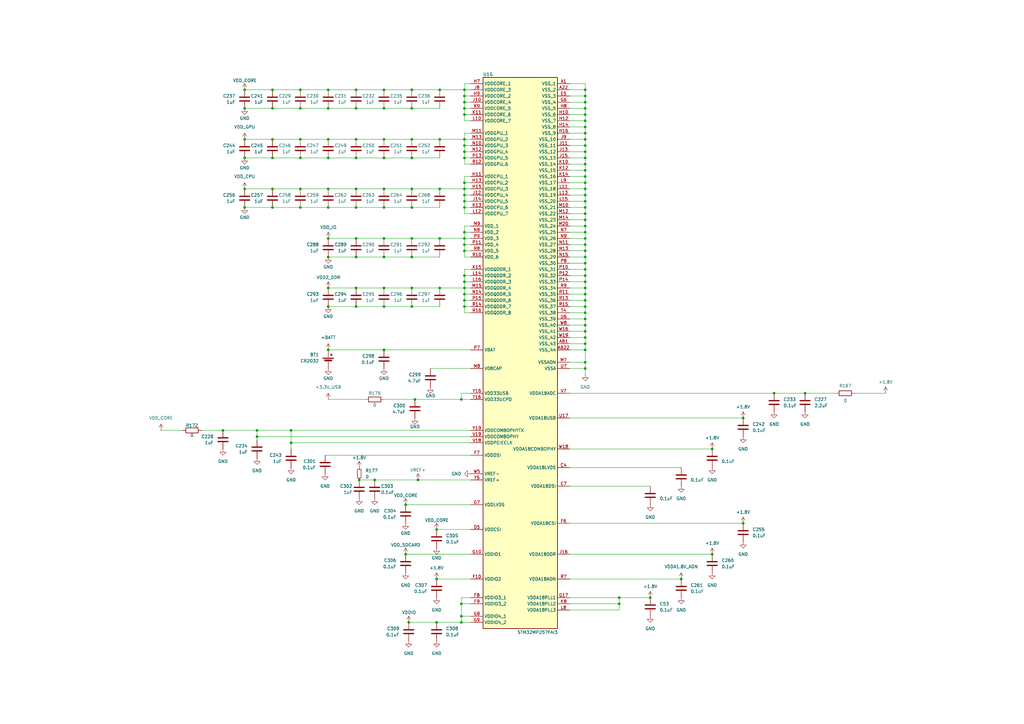
<source format=kicad_sch>
(kicad_sch (version 20250114) (generator "eeschema") (generator_version "9.0")
  (paper "A3")
  (title_block (title "Power MPU") (date "2025-01-21") (rev "1.0") (company "Robotics"))
  (junction (at 240.03 143.51))
  (junction (at 111.76 64.77))
  (junction (at 157.48 36.83))
  (junction (at 146.05 57.15))
  (junction (at 134.62 143.51))
  (junction (at 105.41 176.53))
  (junction (at 266.7 245.11))
  (junction (at 146.05 125.73))
  (junction (at 168.91 77.47))
  (junction (at 240.03 148.59))
  (junction (at 134.62 77.47))
  (junction (at 240.03 120.65))
  (junction (at 240.03 97.79))
  (junction (at 240.03 118.11))
  (junction (at 190.5 36.83))
  (junction (at 190.5 120.65))
  (junction (at 240.03 46.99))
  (junction (at 190.5 85.09))
  (junction (at 134.62 36.83))
  (junction (at 168.91 118.11))
  (junction (at 111.76 36.83))
  (junction (at 119.38 176.53))
  (junction (at 240.03 130.81))
  (junction (at 170.18 163.83))
  (junction (at 240.03 102.87))
  (junction (at 304.8 214.63))
  (junction (at 111.76 77.47))
  (junction (at 157.48 85.09))
  (junction (at 168.91 125.73))
  (junction (at 171.45 196.85))
  (junction (at 180.34 118.11))
  (junction (at 100.33 44.45))
  (junction (at 190.5 64.77))
  (junction (at 157.48 118.11))
  (junction (at 189.23 247.65))
  (junction (at 123.19 64.77))
  (junction (at 179.07 217.17))
  (junction (at 146.05 64.77))
  (junction (at 190.5 57.15))
  (junction (at 240.03 135.89))
  (junction (at 179.07 255.27))
  (junction (at 123.19 57.15))
  (junction (at 157.48 125.73))
  (junction (at 240.03 128.27))
  (junction (at 168.91 36.83))
  (junction (at 254 245.11))
  (junction (at 146.05 118.11))
  (junction (at 166.37 207.01))
  (junction (at 240.03 95.25))
  (junction (at 240.03 138.43))
  (junction (at 134.62 118.11))
  (junction (at 189.23 252.73))
  (junction (at 157.48 105.41))
  (junction (at 123.19 77.47))
  (junction (at 157.48 143.51))
  (junction (at 190.5 59.69))
  (junction (at 240.03 72.39))
  (junction (at 157.48 44.45))
  (junction (at 167.64 255.27))
  (junction (at 168.91 105.41))
  (junction (at 134.62 97.79))
  (junction (at 190.5 46.99))
  (junction (at 240.03 64.77))
  (junction (at 240.03 54.61))
  (junction (at 91.44 176.53))
  (junction (at 240.03 85.09))
  (junction (at 240.03 59.69))
  (junction (at 190.5 97.79))
  (junction (at 240.03 74.93))
  (junction (at 168.91 57.15))
  (junction (at 100.33 64.77))
  (junction (at 134.62 85.09))
  (junction (at 180.34 36.83))
  (junction (at 240.03 115.57))
  (junction (at 180.34 57.15))
  (junction (at 240.03 57.15))
  (junction (at 240.03 92.71))
  (junction (at 240.03 107.95))
  (junction (at 100.33 57.15))
  (junction (at 240.03 80.01))
  (junction (at 240.03 87.63))
  (junction (at 111.76 85.09))
  (junction (at 119.38 181.61))
  (junction (at 240.03 67.31))
  (junction (at 240.03 69.85))
  (junction (at 240.03 39.37))
  (junction (at 168.91 97.79))
  (junction (at 134.62 125.73))
  (junction (at 134.62 44.45))
  (junction (at 190.5 77.47))
  (junction (at 240.03 125.73))
  (junction (at 190.5 95.25))
  (junction (at 240.03 110.49))
  (junction (at 190.5 123.19))
  (junction (at 254 247.65))
  (junction (at 189.23 163.83))
  (junction (at 190.5 82.55))
  (junction (at 180.34 77.47))
  (junction (at 190.5 74.93))
  (junction (at 100.33 85.09))
  (junction (at 190.5 102.87))
  (junction (at 240.03 52.07))
  (junction (at 190.5 115.57))
  (junction (at 240.03 49.53))
  (junction (at 240.03 90.17))
  (junction (at 240.03 151.13))
  (junction (at 134.62 105.41))
  (junction (at 190.5 100.33))
  (junction (at 304.8 171.45))
  (junction (at 105.41 179.07))
  (junction (at 146.05 85.09))
  (junction (at 111.76 57.15))
  (junction (at 190.5 125.73))
  (junction (at 240.03 82.55))
  (junction (at 157.48 97.79))
  (junction (at 166.37 227.33))
  (junction (at 240.03 62.23))
  (junction (at 100.33 36.83))
  (junction (at 111.76 44.45))
  (junction (at 146.05 105.41))
  (junction (at 134.62 64.77))
  (junction (at 146.05 36.83))
  (junction (at 240.03 41.91))
  (junction (at 190.5 44.45))
  (junction (at 190.5 39.37))
  (junction (at 279.4 237.49))
  (junction (at 240.03 44.45))
  (junction (at 100.33 77.47))
  (junction (at 180.34 97.79))
  (junction (at 179.07 237.49))
  (junction (at 147.32 196.85))
  (junction (at 146.05 77.47))
  (junction (at 240.03 113.03))
  (junction (at 190.5 80.01))
  (junction (at 190.5 118.11))
  (junction (at 146.05 44.45))
  (junction (at 123.19 85.09))
  (junction (at 190.5 62.23))
  (junction (at 292.1 184.15))
  (junction (at 292.1 227.33))
  (junction (at 190.5 41.91))
  (junction (at 168.91 64.77))
  (junction (at 190.5 113.03))
  (junction (at 317.5 161.29))
  (junction (at 240.03 123.19))
  (junction (at 240.03 36.83))
  (junction (at 240.03 77.47))
  (junction (at 157.48 77.47))
  (junction (at 146.05 97.79))
  (junction (at 168.91 44.45))
  (junction (at 123.19 36.83))
  (junction (at 240.03 105.41))
  (junction (at 134.62 57.15))
  (junction (at 157.48 57.15))
  (junction (at 123.19 44.45))
  (junction (at 330.2 161.29))
  (junction (at 189.23 255.27))
  (junction (at 240.03 100.33))
  (junction (at 168.91 85.09))
  (junction (at 157.48 64.77))
  (junction (at 240.03 133.35))
  (junction (at 153.67 196.85))
  (junction (at 240.03 140.97))
  (wire (pts (xy 190.5 54.61) (xy 190.5 57.15)))
  (wire (pts (xy 119.38 176.53) (xy 193.04 176.53)))
  (wire (pts (xy 240.03 36.83) (xy 240.03 39.37)))
  (wire (pts (xy 233.68 227.33) (xy 292.1 227.33)))
  (wire (pts (xy 240.03 125.73) (xy 240.03 128.27)))
  (wire (pts (xy 119.38 184.15) (xy 119.38 181.61)))
  (wire (pts (xy 233.68 82.55) (xy 240.03 82.55)))
  (wire (pts (xy 233.68 130.81) (xy 240.03 130.81)))
  (wire (pts (xy 190.5 62.23) (xy 193.04 62.23)))
  (wire (pts (xy 168.91 125.73) (xy 180.34 125.73)))
  (wire (pts (xy 233.68 140.97) (xy 240.03 140.97)))
  (wire (pts (xy 233.68 237.49) (xy 279.4 237.49)))
  (wire (pts (xy 168.91 105.41) (xy 180.34 105.41)))
  (wire (pts (xy 190.5 80.01) (xy 193.04 80.01)))
  (wire (pts (xy 233.68 59.69) (xy 240.03 59.69)))
  (wire (pts (xy 240.03 148.59) (xy 240.03 151.13)))
  (wire (pts (xy 233.68 118.11) (xy 240.03 118.11)))
  (wire (pts (xy 190.5 64.77) (xy 193.04 64.77)))
  (wire (pts (xy 180.34 57.15) (xy 190.5 57.15)))
  (wire (pts (xy 233.68 80.01) (xy 240.03 80.01)))
  (wire (pts (xy 190.5 85.09) (xy 193.04 85.09)))
  (wire (pts (xy 190.5 115.57) (xy 193.04 115.57)))
  (wire (pts (xy 233.68 143.51) (xy 240.03 143.51)))
  (wire (pts (xy 233.68 135.89) (xy 240.03 135.89)))
  (wire (pts (xy 233.68 41.91) (xy 240.03 41.91)))
  (wire (pts (xy 190.5 100.33) (xy 190.5 102.87)))
  (wire (pts (xy 240.03 120.65) (xy 240.03 123.19)))
  (wire (pts (xy 180.34 118.11) (xy 190.5 118.11)))
  (wire (pts (xy 134.62 64.77) (xy 146.05 64.77)))
  (wire (pts (xy 240.03 100.33) (xy 240.03 102.87)))
  (wire (pts (xy 168.91 97.79) (xy 180.34 97.79)))
  (wire (pts (xy 233.68 171.45) (xy 304.8 171.45)))
  (wire (pts (xy 190.5 59.69) (xy 193.04 59.69)))
  (wire (pts (xy 350.52 161.29) (xy 363.22 161.29)))
  (wire (pts (xy 134.62 125.73) (xy 146.05 125.73)))
  (wire (pts (xy 190.5 74.93) (xy 190.5 77.47)))
  (wire (pts (xy 119.38 181.61) (xy 193.04 181.61)))
  (wire (pts (xy 233.68 39.37) (xy 240.03 39.37)))
  (wire (pts (xy 240.03 69.85) (xy 240.03 72.39)))
  (wire (pts (xy 157.48 143.51) (xy 193.04 143.51)))
  (wire (pts (xy 240.03 67.31) (xy 240.03 69.85)))
  (wire (pts (xy 190.5 36.83) (xy 193.04 36.83)))
  (wire (pts (xy 100.33 44.45) (xy 111.76 44.45)))
  (wire (pts (xy 233.68 85.09) (xy 240.03 85.09)))
  (wire (pts (xy 190.5 41.91) (xy 193.04 41.91)))
  (wire (pts (xy 240.03 54.61) (xy 240.03 57.15)))
  (wire (pts (xy 133.35 186.69) (xy 193.04 186.69)))
  (wire (pts (xy 134.62 85.09) (xy 146.05 85.09)))
  (wire (pts (xy 100.33 36.83) (xy 111.76 36.83)))
  (wire (pts (xy 240.03 113.03) (xy 240.03 115.57)))
  (wire (pts (xy 170.18 163.83) (xy 189.23 163.83)))
  (wire (pts (xy 190.5 97.79) (xy 190.5 100.33)))
  (wire (pts (xy 233.68 110.49) (xy 240.03 110.49)))
  (wire (pts (xy 123.19 36.83) (xy 134.62 36.83)))
  (wire (pts (xy 240.03 138.43) (xy 240.03 140.97)))
  (wire (pts (xy 190.5 72.39) (xy 190.5 74.93)))
  (wire (pts (xy 240.03 115.57) (xy 240.03 118.11)))
  (wire (pts (xy 123.19 44.45) (xy 134.62 44.45)))
  (wire (pts (xy 180.34 97.79) (xy 190.5 97.79)))
  (wire (pts (xy 146.05 125.73) (xy 157.48 125.73)))
  (wire (pts (xy 189.23 245.11) (xy 189.23 247.65)))
  (wire (pts (xy 168.91 77.47) (xy 180.34 77.47)))
  (wire (pts (xy 190.5 82.55) (xy 193.04 82.55)))
  (wire (pts (xy 233.68 46.99) (xy 240.03 46.99)))
  (wire (pts (xy 111.76 36.83) (xy 123.19 36.83)))
  (wire (pts (xy 157.48 44.45) (xy 168.91 44.45)))
  (wire (pts (xy 233.68 95.25) (xy 240.03 95.25)))
  (wire (pts (xy 100.33 64.77) (xy 111.76 64.77)))
  (wire (pts (xy 240.03 62.23) (xy 240.03 64.77)))
  (wire (pts (xy 179.07 237.49) (xy 193.04 237.49)))
  (wire (pts (xy 190.5 118.11) (xy 190.5 115.57)))
  (wire (pts (xy 190.5 120.65) (xy 193.04 120.65)))
  (wire (pts (xy 180.34 36.83) (xy 190.5 36.83)))
  (wire (pts (xy 240.03 92.71) (xy 240.03 95.25)))
  (wire (pts (xy 190.5 102.87) (xy 190.5 105.41)))
  (wire (pts (xy 240.03 41.91) (xy 240.03 44.45)))
  (wire (pts (xy 254 250.19) (xy 233.68 250.19)))
  (wire (pts (xy 146.05 44.45) (xy 157.48 44.45)))
  (wire (pts (xy 190.5 100.33) (xy 193.04 100.33)))
  (wire (pts (xy 190.5 54.61) (xy 193.04 54.61)))
  (wire (pts (xy 233.68 87.63) (xy 240.03 87.63)))
  (wire (pts (xy 240.03 107.95) (xy 240.03 110.49)))
  (wire (pts (xy 190.5 123.19) (xy 190.5 125.73)))
  (wire (pts (xy 190.5 110.49) (xy 193.04 110.49)))
  (wire (pts (xy 233.68 97.79) (xy 240.03 97.79)))
  (wire (pts (xy 240.03 123.19) (xy 240.03 125.73)))
  (wire (pts (xy 233.68 120.65) (xy 240.03 120.65)))
  (wire (pts (xy 100.33 57.15) (xy 111.76 57.15)))
  (wire (pts (xy 153.67 196.85) (xy 171.45 196.85)))
  (wire (pts (xy 233.68 102.87) (xy 240.03 102.87)))
  (wire (pts (xy 233.68 107.95) (xy 240.03 107.95)))
  (wire (pts (xy 157.48 57.15) (xy 168.91 57.15)))
  (wire (pts (xy 254 245.11) (xy 254 247.65)))
  (wire (pts (xy 190.5 34.29) (xy 190.5 36.83)))
  (wire (pts (xy 190.5 118.11) (xy 190.5 120.65)))
  (wire (pts (xy 190.5 120.65) (xy 190.5 123.19)))
  (wire (pts (xy 317.5 161.29) (xy 330.2 161.29)))
  (wire (pts (xy 123.19 64.77) (xy 134.62 64.77)))
  (wire (pts (xy 146.05 77.47) (xy 157.48 77.47)))
  (wire (pts (xy 193.04 113.03) (xy 190.5 113.03)))
  (wire (pts (xy 134.62 77.47) (xy 146.05 77.47)))
  (wire (pts (xy 190.5 64.77) (xy 190.5 67.31)))
  (wire (pts (xy 190.5 46.99) (xy 190.5 49.53)))
  (wire (pts (xy 171.45 196.85) (xy 193.04 196.85)))
  (wire (pts (xy 111.76 44.45) (xy 123.19 44.45)))
  (wire (pts (xy 193.04 245.11) (xy 189.23 245.11)))
  (wire (pts (xy 168.91 118.11) (xy 180.34 118.11)))
  (wire (pts (xy 240.03 59.69) (xy 240.03 62.23)))
  (wire (pts (xy 123.19 77.47) (xy 134.62 77.47)))
  (wire (pts (xy 157.48 97.79) (xy 168.91 97.79)))
  (wire (pts (xy 233.68 161.29) (xy 317.5 161.29)))
  (wire (pts (xy 240.03 95.25) (xy 240.03 97.79)))
  (wire (pts (xy 168.91 44.45) (xy 180.34 44.45)))
  (wire (pts (xy 168.91 36.83) (xy 180.34 36.83)))
  (wire (pts (xy 240.03 140.97) (xy 240.03 143.51)))
  (wire (pts (xy 254 247.65) (xy 254 250.19)))
  (wire (pts (xy 240.03 90.17) (xy 240.03 92.71)))
  (wire (pts (xy 190.5 123.19) (xy 193.04 123.19)))
  (wire (pts (xy 190.5 128.27) (xy 193.04 128.27)))
  (wire (pts (xy 111.76 57.15) (xy 123.19 57.15)))
  (wire (pts (xy 233.68 105.41) (xy 240.03 105.41)))
  (wire (pts (xy 233.68 100.33) (xy 240.03 100.33)))
  (wire (pts (xy 330.2 161.29) (xy 342.9 161.29)))
  (wire (pts (xy 190.5 95.25) (xy 193.04 95.25)))
  (wire (pts (xy 190.5 92.71) (xy 190.5 95.25)))
  (wire (pts (xy 233.68 125.73) (xy 240.03 125.73)))
  (wire (pts (xy 233.68 133.35) (xy 240.03 133.35)))
  (wire (pts (xy 134.62 105.41) (xy 146.05 105.41)))
  (wire (pts (xy 190.5 125.73) (xy 193.04 125.73)))
  (wire (pts (xy 240.03 151.13) (xy 233.68 151.13)))
  (wire (pts (xy 189.23 252.73) (xy 189.23 255.27)))
  (wire (pts (xy 190.5 95.25) (xy 190.5 97.79)))
  (wire (pts (xy 233.68 74.93) (xy 240.03 74.93)))
  (wire (pts (xy 190.5 62.23) (xy 190.5 64.77)))
  (wire (pts (xy 240.03 85.09) (xy 240.03 87.63)))
  (wire (pts (xy 123.19 57.15) (xy 134.62 57.15)))
  (wire (pts (xy 168.91 57.15) (xy 180.34 57.15)))
  (wire (pts (xy 166.37 227.33) (xy 193.04 227.33)))
  (wire (pts (xy 190.5 59.69) (xy 190.5 62.23)))
  (wire (pts (xy 240.03 74.93) (xy 240.03 77.47)))
  (wire (pts (xy 233.68 54.61) (xy 240.03 54.61)))
  (wire (pts (xy 233.68 72.39) (xy 240.03 72.39)))
  (wire (pts (xy 233.68 199.39) (xy 266.7 199.39)))
  (wire (pts (xy 240.03 153.67) (xy 240.03 151.13)))
  (wire (pts (xy 146.05 64.77) (xy 157.48 64.77)))
  (wire (pts (xy 157.48 85.09) (xy 168.91 85.09)))
  (wire (pts (xy 123.19 85.09) (xy 134.62 85.09)))
  (wire (pts (xy 119.38 181.61) (xy 119.38 176.53)))
  (wire (pts (xy 190.5 118.11) (xy 193.04 118.11)))
  (wire (pts (xy 157.48 118.11) (xy 168.91 118.11)))
  (wire (pts (xy 105.41 179.07) (xy 193.04 179.07)))
  (wire (pts (xy 179.07 217.17) (xy 193.04 217.17)))
  (wire (pts (xy 240.03 118.11) (xy 240.03 120.65)))
  (wire (pts (xy 105.41 176.53) (xy 119.38 176.53)))
  (wire (pts (xy 157.48 36.83) (xy 168.91 36.83)))
  (wire (pts (xy 240.03 82.55) (xy 240.03 85.09)))
  (wire (pts (xy 189.23 247.65) (xy 193.04 247.65)))
  (wire (pts (xy 189.23 247.65) (xy 189.23 252.73)))
  (wire (pts (xy 111.76 64.77) (xy 123.19 64.77)))
  (wire (pts (xy 233.68 36.83) (xy 240.03 36.83)))
  (wire (pts (xy 190.5 97.79) (xy 193.04 97.79)))
  (wire (pts (xy 82.55 176.53) (xy 91.44 176.53)))
  (wire (pts (xy 190.5 44.45) (xy 193.04 44.45)))
  (wire (pts (xy 190.5 39.37) (xy 190.5 41.91)))
  (wire (pts (xy 176.53 151.13) (xy 193.04 151.13)))
  (wire (pts (xy 157.48 105.41) (xy 168.91 105.41)))
  (wire (pts (xy 146.05 118.11) (xy 157.48 118.11)))
  (wire (pts (xy 233.68 90.17) (xy 240.03 90.17)))
  (wire (pts (xy 100.33 85.09) (xy 111.76 85.09)))
  (wire (pts (xy 240.03 87.63) (xy 240.03 90.17)))
  (wire (pts (xy 193.04 161.29) (xy 189.23 161.29)))
  (wire (pts (xy 190.5 36.83) (xy 190.5 39.37)))
  (wire (pts (xy 91.44 176.53) (xy 105.41 176.53)))
  (wire (pts (xy 189.23 252.73) (xy 193.04 252.73)))
  (wire (pts (xy 190.5 77.47) (xy 193.04 77.47)))
  (wire (pts (xy 190.5 102.87) (xy 193.04 102.87)))
  (wire (pts (xy 189.23 163.83) (xy 193.04 163.83)))
  (wire (pts (xy 190.5 49.53) (xy 193.04 49.53)))
  (wire (pts (xy 134.62 57.15) (xy 146.05 57.15)))
  (wire (pts (xy 240.03 64.77) (xy 240.03 67.31)))
  (wire (pts (xy 190.5 113.03) (xy 190.5 115.57)))
  (wire (pts (xy 240.03 105.41) (xy 240.03 107.95)))
  (wire (pts (xy 157.48 125.73) (xy 168.91 125.73)))
  (wire (pts (xy 240.03 110.49) (xy 240.03 113.03)))
  (wire (pts (xy 240.03 128.27) (xy 240.03 130.81)))
  (wire (pts (xy 180.34 77.47) (xy 190.5 77.47)))
  (wire (pts (xy 193.04 92.71) (xy 190.5 92.71)))
  (wire (pts (xy 240.03 77.47) (xy 240.03 80.01)))
  (wire (pts (xy 134.62 118.11) (xy 146.05 118.11)))
  (wire (pts (xy 240.03 46.99) (xy 240.03 49.53)))
  (wire (pts (xy 233.68 191.77) (xy 279.4 191.77)))
  (wire (pts (xy 166.37 207.01) (xy 193.04 207.01)))
  (wire (pts (xy 240.03 80.01) (xy 240.03 82.55)))
  (wire (pts (xy 240.03 49.53) (xy 240.03 52.07)))
  (wire (pts (xy 233.68 44.45) (xy 240.03 44.45)))
  (wire (pts (xy 190.5 57.15) (xy 190.5 59.69)))
  (wire (pts (xy 240.03 130.81) (xy 240.03 133.35)))
  (wire (pts (xy 134.62 163.83) (xy 149.86 163.83)))
  (wire (pts (xy 111.76 77.47) (xy 123.19 77.47)))
  (wire (pts (xy 157.48 163.83) (xy 170.18 163.83)))
  (wire (pts (xy 233.68 69.85) (xy 240.03 69.85)))
  (wire (pts (xy 190.5 82.55) (xy 190.5 85.09)))
  (wire (pts (xy 146.05 57.15) (xy 157.48 57.15)))
  (wire (pts (xy 157.48 77.47) (xy 168.91 77.47)))
  (wire (pts (xy 190.5 57.15) (xy 193.04 57.15)))
  (wire (pts (xy 167.64 255.27) (xy 179.07 255.27)))
  (wire (pts (xy 100.33 77.47) (xy 111.76 77.47)))
  (wire (pts (xy 168.91 64.77) (xy 180.34 64.77)))
  (wire (pts (xy 190.5 67.31) (xy 193.04 67.31)))
  (wire (pts (xy 233.68 247.65) (xy 254 247.65)))
  (wire (pts (xy 233.68 77.47) (xy 240.03 77.47)))
  (wire (pts (xy 233.68 245.11) (xy 254 245.11)))
  (wire (pts (xy 190.5 44.45) (xy 190.5 46.99)))
  (wire (pts (xy 66.04 176.53) (xy 74.93 176.53)))
  (wire (pts (xy 190.5 34.29) (xy 193.04 34.29)))
  (wire (pts (xy 233.68 64.77) (xy 240.03 64.77)))
  (wire (pts (xy 233.68 57.15) (xy 240.03 57.15)))
  (wire (pts (xy 179.07 255.27) (xy 189.23 255.27)))
  (wire (pts (xy 233.68 128.27) (xy 240.03 128.27)))
  (wire (pts (xy 105.41 176.53) (xy 105.41 179.07)))
  (wire (pts (xy 134.62 143.51) (xy 157.48 143.51)))
  (wire (pts (xy 233.68 115.57) (xy 240.03 115.57)))
  (wire (pts (xy 240.03 57.15) (xy 240.03 59.69)))
  (wire (pts (xy 233.68 148.59) (xy 240.03 148.59)))
  (wire (pts (xy 190.5 105.41) (xy 193.04 105.41)))
  (wire (pts (xy 190.5 110.49) (xy 190.5 113.03)))
  (wire (pts (xy 233.68 138.43) (xy 240.03 138.43)))
  (wire (pts (xy 254 245.11) (xy 266.7 245.11)))
  (wire (pts (xy 190.5 74.93) (xy 193.04 74.93)))
  (wire (pts (xy 190.5 80.01) (xy 190.5 82.55)))
  (wire (pts (xy 233.68 214.63) (xy 304.8 214.63)))
  (wire (pts (xy 240.03 102.87) (xy 240.03 105.41)))
  (wire (pts (xy 233.68 34.29) (xy 240.03 34.29)))
  (wire (pts (xy 190.5 46.99) (xy 193.04 46.99)))
  (wire (pts (xy 190.5 87.63) (xy 193.04 87.63)))
  (wire (pts (xy 189.23 161.29) (xy 189.23 163.83)))
  (wire (pts (xy 233.68 92.71) (xy 240.03 92.71)))
  (wire (pts (xy 240.03 97.79) (xy 240.03 100.33)))
  (wire (pts (xy 190.5 41.91) (xy 190.5 44.45)))
  (wire (pts (xy 190.5 39.37) (xy 193.04 39.37)))
  (wire (pts (xy 111.76 85.09) (xy 123.19 85.09)))
  (wire (pts (xy 240.03 143.51) (xy 240.03 148.59)))
  (wire (pts (xy 105.41 179.07) (xy 105.41 180.34)))
  (wire (pts (xy 233.68 123.19) (xy 240.03 123.19)))
  (wire (pts (xy 240.03 72.39) (xy 240.03 74.93)))
  (wire (pts (xy 233.68 184.15) (xy 292.1 184.15)))
  (wire (pts (xy 240.03 39.37) (xy 240.03 41.91)))
  (wire (pts (xy 146.05 36.83) (xy 157.48 36.83)))
  (wire (pts (xy 134.62 36.83) (xy 146.05 36.83)))
  (wire (pts (xy 146.05 105.41) (xy 157.48 105.41)))
  (wire (pts (xy 190.5 77.47) (xy 190.5 80.01)))
  (wire (pts (xy 168.91 85.09) (xy 180.34 85.09)))
  (wire (pts (xy 190.5 85.09) (xy 190.5 87.63)))
  (wire (pts (xy 134.62 97.79) (xy 146.05 97.79)))
  (wire (pts (xy 146.05 85.09) (xy 157.48 85.09)))
  (wire (pts (xy 157.48 64.77) (xy 168.91 64.77)))
  (wire (pts (xy 190.5 125.73) (xy 190.5 128.27)))
  (wire (pts (xy 240.03 133.35) (xy 240.03 135.89)))
  (wire (pts (xy 233.68 67.31) (xy 240.03 67.31)))
  (wire (pts (xy 134.62 44.45) (xy 146.05 44.45)))
  (wire (pts (xy 240.03 135.89) (xy 240.03 138.43)))
  (wire (pts (xy 190.5 72.39) (xy 193.04 72.39)))
  (wire (pts (xy 146.05 97.79) (xy 157.48 97.79)))
  (wire (pts (xy 240.03 44.45) (xy 240.03 46.99)))
  (wire (pts (xy 233.68 49.53) (xy 240.03 49.53)))
  (wire (pts (xy 233.68 62.23) (xy 240.03 62.23)))
  (wire (pts (xy 240.03 52.07) (xy 240.03 54.61)))
  (wire (pts (xy 233.68 113.03) (xy 240.03 113.03)))
  (wire (pts (xy 189.23 255.27) (xy 193.04 255.27)))
  (wire (pts (xy 240.03 34.29) (xy 240.03 36.83)))
  (wire (pts (xy 233.68 52.07) (xy 240.03 52.07)))
  (wire (pts (xy 147.32 196.85) (xy 153.67 196.85)))
  (symbol (lib_id "Device:C") (at 167.64 259.08 0) (unit 1)
    (property "Reference" "C309" (at 163.83 257.8099 0) (effects (justify right)))
    (property "Value" "0.1uF" (at 163.83 260.3499 0) (effects (justify right)))
    (property "Footprint" "Capacitor_SMD:C_0603_1608Metric" (effects (hide yes)))
    (property "Description" "Unpolarized capacitor" (effects (hide yes)))
  )
  (symbol (lib_id "power:GND") (at 317.5 168.91 0) (unit 1)
    (property "Reference" "#PWR0432" (effects (hide yes)))
    (property "Value" "GND" (at 317.5 173.99 0))
    (property "Description" "Power symbol creates a global label with name \"GND\" , ground" (effects (hide yes)))
  )
  (symbol (lib_id "power:GND") (at 167.64 262.89 0) (unit 1)
    (property "Reference" "#PWR0502" (effects (hide yes)))
    (property "Value" "GND" (at 167.64 267.97 0))
    (property "Description" "Power symbol creates a global label with name \"GND\" , ground" (effects (hide yes)))
  )
  (symbol (lib_id "Device:C") (at 134.62 40.64 0) (mirror y) (unit 1)
    (property "Reference" "C230" (at 130.81 39.3699 0) (effects (justify left)))
    (property "Value" "1uF" (at 130.81 41.9099 0) (effects (justify left)))
    (property "Footprint" "Capacitor_SMD:C_0603_1608Metric" (effects (hide yes)))
    (property "Description" "Unpolarized capacitor" (effects (hide yes)))
  )
  (symbol (lib_id "Device:C") (at 317.5 165.1 0) (unit 1)
    (property "Reference" "C233" (at 321.31 163.8299 0) (effects (justify left)))
    (property "Value" "0.1uF" (at 321.31 166.3699 0) (effects (justify left)))
    (property "Footprint" "Capacitor_SMD:C_0603_1608Metric" (effects (hide yes)))
    (property "Description" "Unpolarized capacitor" (effects (hide yes)))
  )
  (symbol (lib_id "power:GND") (at 100.33 85.09 0) (unit 1)
    (property "Reference" "#PWR0418" (effects (hide yes)))
    (property "Value" "GND" (at 100.33 89.154 0))
    (property "Description" "Power symbol creates a global label with name \"GND\" , ground" (effects (hide yes)))
  )
  (symbol (lib_id "Device:C") (at 153.67 200.66 0) (mirror y) (unit 1)
    (property "Reference" "C303" (at 156.21 199.39 0) (effects (justify right)))
    (property "Value" "0.1uF" (at 156.21 201.93 0) (effects (justify right)))
    (property "Footprint" "Capacitor_SMD:C_0603_1608Metric" (effects (hide yes)))
    (property "Description" "Unpolarized capacitor" (effects (hide yes)))
  )
  (symbol (lib_id "Device:C") (at 168.91 101.6 0) (mirror y) (unit 1)
    (property "Reference" "C291" (at 165.1 100.3299 0) (effects (justify left)))
    (property "Value" "1uF" (at 165.1 102.8699 0) (effects (justify left)))
    (property "Footprint" "Capacitor_SMD:C_0603_1608Metric" (effects (hide yes)))
    (property "Description" "Unpolarized capacitor" (effects (hide yes)))
  )
  (symbol (lib_id "power:GND") (at 193.04 194.31 270) (unit 1)
    (property "Reference" "#PWR0488" (effects (hide yes)))
    (property "Value" "GND" (at 189.23 194.3099 90) (effects (justify right)))
    (property "Description" "Power symbol creates a global label with name \"GND\" , ground" (effects (hide yes)))
  )
  (symbol (lib_id "Device:C") (at 100.33 60.96 0) (mirror y) (unit 1)
    (property "Reference" "C244" (at 96.52 59.6899 0) (effects (justify left)))
    (property "Value" "1uF" (at 96.52 62.2299 0) (effects (justify left)))
    (property "Footprint" "Capacitor_SMD:C_0603_1608Metric" (effects (hide yes)))
    (property "Description" "Unpolarized capacitor" (effects (hide yes)))
  )
  (symbol (lib_id "Device:C") (at 146.05 81.28 0) (mirror y) (unit 1)
    (property "Reference" "C262" (at 142.24 80.0099 0) (effects (justify left)))
    (property "Value" "1uF" (at 142.24 82.5499 0) (effects (justify left)))
    (property "Footprint" "Capacitor_SMD:C_0603_1608Metric" (effects (hide yes)))
    (property "Description" "Unpolarized capacitor" (effects (hide yes)))
  )
  (symbol (lib_id "Device:C") (at 279.4 241.3 0) (unit 1)
    (property "Reference" "C261" (at 283.21 240.0299 0) (effects (justify left)))
    (property "Value" "0.1uF" (at 283.21 242.5699 0) (effects (justify left)))
    (property "Footprint" "Capacitor_SMD:C_0603_1608Metric" (effects (hide yes)))
    (property "Description" "Unpolarized capacitor" (effects (hide yes)))
  )
  (symbol (lib_id "Device:C") (at 304.8 218.44 0) (unit 1)
    (property "Reference" "C255" (at 308.61 217.1699 0) (effects (justify left)))
    (property "Value" "0.1uF" (at 308.61 219.7099 0) (effects (justify left)))
    (property "Footprint" "Capacitor_SMD:C_0603_1608Metric" (effects (hide yes)))
    (property "Description" "Unpolarized capacitor" (effects (hide yes)))
  )
  (symbol (lib_id "Device:C") (at 100.33 40.64 0) (mirror y) (unit 1)
    (property "Reference" "C237" (at 96.52 39.3699 0) (effects (justify left)))
    (property "Value" "1uF" (at 96.52 41.9099 0) (effects (justify left)))
    (property "Footprint" "Capacitor_SMD:C_0603_1608Metric" (effects (hide yes)))
    (property "Description" "Unpolarized capacitor" (effects (hide yes)))
  )
  (symbol (lib_id "power:GND") (at 304.8 179.07 0) (unit 1)
    (property "Reference" "#PWR0436" (effects (hide yes)))
    (property "Value" "GND" (at 304.8 184.15 0))
    (property "Description" "Power symbol creates a global label with name \"GND\" , ground" (effects (hide yes)))
  )
  (symbol (lib_id "Device:C") (at 168.91 81.28 0) (mirror y) (unit 1)
    (property "Reference" "C264" (at 165.1 80.0099 0) (effects (justify left)))
    (property "Value" "1uF" (at 165.1 82.5499 0) (effects (justify left)))
    (property "Footprint" "Capacitor_SMD:C_0603_1608Metric" (effects (hide yes)))
    (property "Description" "Unpolarized capacitor" (effects (hide yes)))
  )
  (symbol (lib_id "power:+3.3V") (at 134.62 163.83 0) (unit 1)
    (property "Reference" "#PWR0486" (effects (hide yes)))
    (property "Value" "+3.3V_USB" (at 134.62 158.75 0))
    (property "Description" "Power symbol creates a global label with name \"+3.3V\"" (effects (hide yes)))
  )
  (symbol (lib_id "Device:C") (at 180.34 101.6 0) (mirror y) (unit 1)
    (property "Reference" "C292" (at 176.53 100.3299 0) (effects (justify left)))
    (property "Value" "1uF" (at 176.53 102.8699 0) (effects (justify left)))
    (property "Footprint" "Capacitor_SMD:C_0603_1608Metric" (effects (hide yes)))
    (property "Description" "Unpolarized capacitor" (effects (hide yes)))
  )
  (symbol (lib_id "Device:C") (at 123.19 60.96 0) (mirror y) (unit 1)
    (property "Reference" "C246" (at 119.38 59.6899 0) (effects (justify left)))
    (property "Value" "1uF" (at 119.38 62.2299 0) (effects (justify left)))
    (property "Footprint" "Capacitor_SMD:C_0603_1608Metric" (effects (hide yes)))
    (property "Description" "Unpolarized capacitor" (effects (hide yes)))
  )
  (symbol (lib_id "Device:C") (at 166.37 231.14 0) (unit 1)
    (property "Reference" "C306" (at 162.56 229.8699 0) (effects (justify right)))
    (property "Value" "0.1uF" (at 162.56 232.4099 0) (effects (justify right)))
    (property "Footprint" "Capacitor_SMD:C_0603_1608Metric" (effects (hide yes)))
    (property "Description" "Unpolarized capacitor" (effects (hide yes)))
  )
  (symbol (lib_id "power:VDDA") (at 134.62 97.79 0) (unit 1)
    (property "Reference" "#PWR0419" (effects (hide yes)))
    (property "Value" "VDD_IO" (at 131.318 93.218 0) (effects (justify left)))
    (property "Description" "Power symbol creates a global label with name \"VDDA\"" (effects (hide yes)))
  )
  (symbol (lib_id "power:+5V") (at 363.22 161.29 0) (unit 1)
    (property "Reference" "#PWR0433" (effects (hide yes)))
    (property "Value" "+1.8V" (at 363.22 156.718 0))
    (property "Description" "Power symbol creates a global label with name \"+5V\"" (effects (hide yes)))
  )
  (symbol (lib_id "Device:C") (at 292.1 187.96 0) (unit 1)
    (property "Reference" "C248" (effects (hide yes)))
    (property "Value" "0.1uF" (at 295.91 189.2299 0) (effects (justify left)))
    (property "Footprint" "Capacitor_SMD:C_0603_1608Metric" (effects (hide yes)))
    (property "Description" "Unpolarized capacitor" (effects (hide yes)))
  )
  (symbol (lib_id "Device:C") (at 168.91 121.92 0) (mirror y) (unit 1)
    (property "Reference" "C296" (at 165.1 120.6499 0) (effects (justify left)))
    (property "Value" "1uF" (at 165.1 123.1899 0) (effects (justify left)))
    (property "Footprint" "Capacitor_SMD:C_0603_1608Metric" (effects (hide yes)))
    (property "Description" "Unpolarized capacitor" (effects (hide yes)))
  )
  (symbol (lib_id "Device:C") (at 123.19 40.64 0) (mirror y) (unit 1)
    (property "Reference" "C229" (at 119.38 39.3699 0) (effects (justify left)))
    (property "Value" "1uF" (at 119.38 41.9099 0) (effects (justify left)))
    (property "Footprint" "Capacitor_SMD:C_0603_1608Metric" (effects (hide yes)))
    (property "Description" "Unpolarized capacitor" (effects (hide yes)))
  )
  (symbol (lib_id "power:VDDA") (at 166.37 207.01 0) (unit 1)
    (property "Reference" "#PWR0494" (effects (hide yes)))
    (property "Value" "VDD_CORE" (at 161.544 203.2 0) (effects (justify left)))
    (property "Description" "Power symbol creates a global label with name \"VDDA\"" (effects (hide yes)))
  )
  (symbol (lib_id "Device:C") (at 180.34 121.92 0) (mirror y) (unit 1)
    (property "Reference" "C297" (at 176.53 120.6499 0) (effects (justify left)))
    (property "Value" "1uF" (at 176.53 123.1899 0) (effects (justify left)))
    (property "Footprint" "Capacitor_SMD:C_0603_1608Metric" (effects (hide yes)))
    (property "Description" "Unpolarized capacitor" (effects (hide yes)))
  )
  (symbol (lib_id "power:+3.3V") (at 166.37 227.33 0) (unit 1)
    (property "Reference" "#PWR0498" (effects (hide yes)))
    (property "Value" "VDD_SDCARD" (at 166.37 223.52 0))
    (property "Description" "Power symbol creates a global label with name \"+3.3V\"" (effects (hide yes)))
  )
  (symbol (lib_id "Device:C") (at 157.48 101.6 0) (mirror y) (unit 1)
    (property "Reference" "C290" (at 153.67 100.3299 0) (effects (justify left)))
    (property "Value" "1uF" (at 153.67 102.8699 0) (effects (justify left)))
    (property "Footprint" "Capacitor_SMD:C_0603_1608Metric" (effects (hide yes)))
    (property "Description" "Unpolarized capacitor" (effects (hide yes)))
  )
  (symbol (lib_id "power:GND") (at 266.7 252.73 0) (unit 1)
    (property "Reference" "#PWR0106" (effects (hide yes)))
    (property "Value" "GND" (at 266.7 257.81 0))
    (property "Description" "Power symbol creates a global label with name \"GND\" , ground" (effects (hide yes)))
  )
  (symbol (lib_id "Device:C") (at 134.62 121.92 0) (mirror y) (unit 1)
    (property "Reference" "C293" (at 130.81 120.6499 0) (effects (justify left)))
    (property "Value" "1uF" (at 130.81 123.1899 0) (effects (justify left)))
    (property "Footprint" "Capacitor_SMD:C_0603_1608Metric" (effects (hide yes)))
    (property "Description" "Unpolarized capacitor" (effects (hide yes)))
  )
  (symbol (lib_id "power:GND") (at 179.07 224.79 0) (unit 1)
    (property "Reference" "#PWR0495" (effects (hide yes)))
    (property "Value" "GND" (at 179.07 228.854 0))
    (property "Description" "Power symbol creates a global label with name \"GND\" , ground" (effects (hide yes)))
  )
  (symbol (lib_id "Device:R") (at 153.67 163.83 90) (unit 1)
    (property "Reference" "R175" (at 153.67 161.29 90))
    (property "Value" "0" (at 153.67 166.116 90))
    (property "Footprint" "Resistor_SMD:R_0603_1608Metric" (effects (hide yes)))
    (property "Description" "Resistor" (effects (hide yes)))
  )
  (symbol (lib_id "Device:C") (at 111.76 81.28 0) (mirror y) (unit 1)
    (property "Reference" "C257" (at 107.95 80.0099 0) (effects (justify left)))
    (property "Value" "1uF" (at 107.95 82.5499 0) (effects (justify left)))
    (property "Footprint" "Capacitor_SMD:C_0603_1608Metric" (effects (hide yes)))
    (property "Description" "Unpolarized capacitor" (effects (hide yes)))
  )
  (symbol (lib_id "power:+3.3V") (at 167.64 255.27 0) (unit 1)
    (property "Reference" "#PWR0503" (effects (hide yes)))
    (property "Value" "VDDIO" (at 164.846 251.206 0) (effects (justify left)))
    (property "Description" "Power symbol creates a global label with name \"+3.3V\"" (effects (hide yes)))
  )
  (symbol (lib_id "power:GND") (at 166.37 214.63 0) (unit 1)
    (property "Reference" "#PWR0493" (effects (hide yes)))
    (property "Value" "GND" (at 166.37 218.694 0))
    (property "Description" "Power symbol creates a global label with name \"GND\" , ground" (effects (hide yes)))
  )
  (symbol (lib_id "Device:C") (at 330.2 165.1 0) (unit 1)
    (property "Reference" "C227" (at 334.01 163.8299 0) (effects (justify left)))
    (property "Value" "2.2uF" (at 334.01 166.3699 0) (effects (justify left)))
    (property "Footprint" "Capacitor_SMD:C_0805_2012Metric" (effects (hide yes)))
    (property "Description" "Unpolarized capacitor" (effects (hide yes)))
  )
  (symbol (lib_id "Device:C") (at 134.62 101.6 0) (mirror y) (unit 1)
    (property "Reference" "C288" (at 130.81 100.3299 0) (effects (justify left)))
    (property "Value" "1uF" (at 130.81 102.8699 0) (effects (justify left)))
    (property "Footprint" "Capacitor_SMD:C_0603_1608Metric" (effects (hide yes)))
    (property "Description" "Unpolarized capacitor" (effects (hide yes)))
  )
  (symbol (lib_id "Device:C") (at 168.91 40.64 0) (mirror y) (unit 1)
    (property "Reference" "C235" (at 165.1 39.3699 0) (effects (justify left)))
    (property "Value" "1uF" (at 165.1 41.9099 0) (effects (justify left)))
    (property "Footprint" "Capacitor_SMD:C_0603_1608Metric" (effects (hide yes)))
    (property "Description" "Unpolarized capacitor" (effects (hide yes)))
  )
  (symbol (lib_id "power:GND") (at 134.62 151.13 0) (unit 1)
    (property "Reference" "#PWR0482" (effects (hide yes)))
    (property "Value" "GND" (at 134.62 155.194 0))
    (property "Description" "Power symbol creates a global label with name \"GND\" , ground" (effects (hide yes)))
  )
  (symbol (lib_id "Device:C") (at 105.41 184.15 0) (unit 1)
    (property "Reference" "C234" (at 101.6 182.8799 0) (effects (justify right)))
    (property "Value" "1uF" (at 101.6 185.4199 0) (effects (justify right)))
    (property "Footprint" "Capacitor_SMD:C_0603_1608Metric" (effects (hide yes)))
    (property "Description" "Unpolarized capacitor" (effects (hide yes)))
  )
  (symbol (lib_id "Device:C") (at 266.7 203.2 0) (unit 1)
    (property "Reference" "C254" (effects (hide yes)))
    (property "Value" "0.1uF" (at 270.51 204.4699 0) (effects (justify left)))
    (property "Footprint" "Capacitor_SMD:C_0603_1608Metric" (effects (hide yes)))
    (property "Description" "Unpolarized capacitor" (effects (hide yes)))
  )
  (symbol (lib_id "power:GND") (at 100.33 64.77 0) (unit 1)
    (property "Reference" "#PWR0416" (effects (hide yes)))
    (property "Value" "GND" (at 100.33 68.834 0))
    (property "Description" "Power symbol creates a global label with name \"GND\" , ground" (effects (hide yes)))
  )
  (symbol (lib_id "power:GND") (at 330.2 168.91 0) (unit 1)
    (property "Reference" "#PWR0411" (effects (hide yes)))
    (property "Value" "GND" (at 330.2 173.99 0))
    (property "Description" "Power symbol creates a global label with name \"GND\" , ground" (effects (hide yes)))
  )
  (symbol (lib_id "power:+5V") (at 266.7 245.11 0) (unit 1)
    (property "Reference" "#PWR0107" (effects (hide yes)))
    (property "Value" "+1.8V" (at 266.7 240.538 0))
    (property "Description" "Power symbol creates a global label with name \"+5V\"" (effects (hide yes)))
  )
  (symbol (lib_id "power:+5V") (at 304.8 171.45 0) (unit 1)
    (property "Reference" "#PWR0437" (effects (hide yes)))
    (property "Value" "+1.8V" (at 304.8 166.878 0))
    (property "Description" "Power symbol creates a global label with name \"+5V\"" (effects (hide yes)))
  )
  (symbol (lib_id "power:GND") (at 134.62 125.73 0) (unit 1)
    (property "Reference" "#PWR0479" (effects (hide yes)))
    (property "Value" "GND" (at 134.62 129.794 0))
    (property "Description" "Power symbol creates a global label with name \"GND\" , ground" (effects (hide yes)))
  )
  (symbol (lib_id "power:GND") (at 179.07 262.89 0) (mirror y) (unit 1)
    (property "Reference" "#PWR0501" (effects (hide yes)))
    (property "Value" "GND" (at 179.07 267.97 0))
    (property "Description" "Power symbol creates a global label with name \"GND\" , ground" (effects (hide yes)))
  )
  (symbol (lib_id "Device:C") (at 111.76 40.64 0) (mirror y) (unit 1)
    (property "Reference" "C241" (at 107.95 39.3699 0) (effects (justify left)))
    (property "Value" "1uF" (at 107.95 41.9099 0) (effects (justify left)))
    (property "Footprint" "Capacitor_SMD:C_0603_1608Metric" (effects (hide yes)))
    (property "Description" "Unpolarized capacitor" (effects (hide yes)))
  )
  (symbol (lib_id "power:VDDA") (at 100.33 77.47 0) (unit 1)
    (property "Reference" "#PWR0417" (effects (hide yes)))
    (property "Value" "VDD_CPU" (at 100.33 72.39 0))
    (property "Description" "Power symbol creates a global label with name \"VDDA\"" (effects (hide yes)))
  )
  (symbol (lib_id "Device:C") (at 179.07 241.3 0) (unit 1)
    (property "Reference" "C307" (at 175.26 240.0299 0) (effects (justify right)))
    (property "Value" "0.1uF" (at 175.26 242.5699 0) (effects (justify right)))
    (property "Footprint" "Capacitor_SMD:C_0603_1608Metric" (effects (hide yes)))
    (property "Description" "Unpolarized capacitor" (effects (hide yes)))
  )
  (symbol (lib_id "power:VDDA") (at 100.33 57.15 0) (unit 1)
    (property "Reference" "#PWR0415" (effects (hide yes)))
    (property "Value" "VDD_GPU" (at 100.33 52.07 0))
    (property "Description" "Power symbol creates a global label with name \"VDDA\"" (effects (hide yes)))
  )
  (symbol (lib_id "Device:C") (at 157.48 81.28 0) (mirror y) (unit 1)
    (property "Reference" "C263" (at 153.67 80.0099 0) (effects (justify left)))
    (property "Value" "1uF" (at 153.67 82.5499 0) (effects (justify left)))
    (property "Footprint" "Capacitor_SMD:C_0603_1608Metric" (effects (hide yes)))
    (property "Description" "Unpolarized capacitor" (effects (hide yes)))
  )
  (symbol (lib_id "Device:C") (at 134.62 60.96 0) (mirror y) (unit 1)
    (property "Reference" "C247" (at 130.81 59.6899 0) (effects (justify left)))
    (property "Value" "1uF" (at 130.81 62.2299 0) (effects (justify left)))
    (property "Footprint" "Capacitor_SMD:C_0603_1608Metric" (effects (hide yes)))
    (property "Description" "Unpolarized capacitor" (effects (hide yes)))
  )
  (symbol (lib_id "power:GND") (at 105.41 187.96 0) (unit 1)
    (property "Reference" "#PWR0434" (effects (hide yes)))
    (property "Value" "GND" (at 105.41 193.04 0))
    (property "Description" "Power symbol creates a global label with name \"GND\" , ground" (effects (hide yes)))
  )
  (symbol (lib_id "Device:C") (at 279.4 195.58 0) (unit 1)
    (property "Reference" "C253" (effects (hide yes)))
    (property "Value" "0.1uF" (at 283.21 196.8499 0) (effects (justify left)))
    (property "Footprint" "Capacitor_SMD:C_0603_1608Metric" (effects (hide yes)))
    (property "Description" "Unpolarized capacitor" (effects (hide yes)))
  )
  (symbol (lib_id "Device:R") (at 346.71 161.29 90) (unit 1)
    (property "Reference" "R167" (at 346.71 158.242 90))
    (property "Value" "0" (at 346.71 164.338 90))
    (property "Footprint" "Resistor_SMD:R_0603_1608Metric" (effects (hide yes)))
    (property "Description" "Resistor" (effects (hide yes)))
  )
  (symbol (lib_id "power:GND") (at 304.8 222.25 0) (unit 1)
    (property "Reference" "#PWR0443" (effects (hide yes)))
    (property "Value" "GND" (at 304.8 227.33 0))
    (property "Description" "Power symbol creates a global label with name \"GND\" , ground" (effects (hide yes)))
  )
  (symbol (lib_id "Device:C") (at 100.33 81.28 0) (mirror y) (unit 1)
    (property "Reference" "C256" (at 96.52 80.0099 0) (effects (justify left)))
    (property "Value" "1uF" (at 96.52 82.5499 0) (effects (justify left)))
    (property "Footprint" "Capacitor_SMD:C_0603_1608Metric" (effects (hide yes)))
    (property "Description" "Unpolarized capacitor" (effects (hide yes)))
  )
  (symbol (lib_id "power:VDDA") (at 179.07 217.17 0) (unit 1)
    (property "Reference" "#PWR0496" (effects (hide yes)))
    (property "Value" "VDD_CORE" (at 174.244 213.36 0) (effects (justify left)))
    (property "Description" "Power symbol creates a global label with name \"VDDA\"" (effects (hide yes)))
  )
  (symbol (lib_id "power:GND") (at 91.44 184.15 0) (unit 1)
    (property "Reference" "#PWR0412" (effects (hide yes)))
    (property "Value" "GND" (at 91.44 189.23 0))
    (property "Description" "Power symbol creates a global label with name \"GND\" , ground" (effects (hide yes)))
  )
  (symbol (lib_id "Device:C") (at 146.05 40.64 0) (mirror y) (unit 1)
    (property "Reference" "C231" (at 142.24 39.3699 0) (effects (justify left)))
    (property "Value" "1uF" (at 142.24 41.9099 0) (effects (justify left)))
    (property "Footprint" "Capacitor_SMD:C_0603_1608Metric" (effects (hide yes)))
    (property "Description" "Unpolarized capacitor" (effects (hide yes)))
  )
  (symbol (lib_id "power:GND") (at 179.07 245.11 0) (unit 1)
    (property "Reference" "#PWR0499" (effects (hide yes)))
    (property "Value" "GND" (at 179.07 250.19 0))
    (property "Description" "Power symbol creates a global label with name \"GND\" , ground" (effects (hide yes)))
  )
  (symbol (lib_id "power:GND") (at 170.18 171.45 0) (unit 1)
    (property "Reference" "#PWR0485" (effects (hide yes)))
    (property "Value" "GND" (at 170.18 175.006 0))
    (property "Description" "Power symbol creates a global label with name \"GND\" , ground" (effects (hide yes)))
  )
  (symbol (lib_id "power:+5V") (at 171.45 196.85 0) (unit 1)
    (property "Reference" "#PWR0492" (effects (hide yes)))
    (property "Value" "VREF+" (at 171.45 192.786 0))
    (property "Description" "Power symbol creates a global label with name \"+5V\"" (effects (hide yes)))
  )
  (symbol (lib_id "Device:C") (at 180.34 60.96 0) (mirror y) (unit 1)
    (property "Reference" "C252" (at 176.53 59.6899 0) (effects (justify left)))
    (property "Value" "1uF" (at 176.53 62.2299 0) (effects (justify left)))
    (property "Footprint" "Capacitor_SMD:C_0603_1608Metric" (effects (hide yes)))
    (property "Description" "Unpolarized capacitor" (effects (hide yes)))
  )
  (symbol (lib_id "power:+5V") (at 134.62 118.11 0) (unit 1)
    (property "Reference" "#PWR0480" (effects (hide yes)))
    (property "Value" "VDD2_DDR" (at 129.794 113.792 0) (effects (justify left)))
    (property "Description" "Power symbol creates a global label with name \"+5V\"" (effects (hide yes)))
  )
  (symbol (lib_id "Device:C") (at 147.32 200.66 0) (unit 1)
    (property "Reference" "C302" (at 144.526 199.39 0) (effects (justify right)))
    (property "Value" "1uF" (at 144.526 201.93 0) (effects (justify right)))
    (property "Footprint" "Capacitor_SMD:C_0603_1608Metric" (effects (hide yes)))
    (property "Description" "Unpolarized capacitor" (effects (hide yes)))
  )
  (symbol (lib_id "Device:C") (at 170.18 167.64 0) (unit 1)
    (property "Reference" "C300" (at 166.37 166.3699 0) (effects (justify right)))
    (property "Value" "4.7uF" (at 166.37 168.9099 0) (effects (justify right)))
    (property "Footprint" "Capacitor_SMD:C_0805_2012Metric" (effects (hide yes)))
    (property "Description" "Unpolarized capacitor" (effects (hide yes)))
  )
  (symbol (lib_id "power:GND") (at 279.4 199.39 0) (unit 1)
    (property "Reference" "#PWR0440" (effects (hide yes)))
    (property "Value" "GND" (at 279.4 204.47 0))
    (property "Description" "Power symbol creates a global label with name \"GND\" , ground" (effects (hide yes)))
  )
  (symbol (lib_id "Device:C") (at 123.19 81.28 0) (mirror y) (unit 1)
    (property "Reference" "C258" (at 119.38 80.0099 0) (effects (justify left)))
    (property "Value" "1uF" (at 119.38 82.5499 0) (effects (justify left)))
    (property "Footprint" "Capacitor_SMD:C_0603_1608Metric" (effects (hide yes)))
    (property "Description" "Unpolarized capacitor" (effects (hide yes)))
  )
  (symbol (lib_id "Device:C") (at 119.38 187.96 0) (unit 1)
    (property "Reference" "C243" (at 115.57 186.6899 0) (effects (justify right)))
    (property "Value" "1uF" (at 115.57 189.2299 0) (effects (justify right)))
    (property "Footprint" "Capacitor_SMD:C_0603_1608Metric" (effects (hide yes)))
    (property "Description" "Unpolarized capacitor" (effects (hide yes)))
  )
  (symbol (lib_id "Device:C") (at 179.07 220.98 0) (mirror y) (unit 1)
    (property "Reference" "C305" (at 182.88 219.7099 0) (effects (justify right)))
    (property "Value" "0.1uF" (at 182.88 222.2499 0) (effects (justify right)))
    (property "Footprint" "Capacitor_SMD:C_0603_1608Metric" (effects (hide yes)))
    (property "Description" "Unpolarized capacitor" (effects (hide yes)))
  )
  (symbol (lib_id "power:+BATT") (at 134.62 143.51 0) (unit 1)
    (property "Reference" "#PWR0481" (effects (hide yes)))
    (property "Value" "+BATT" (at 134.62 138.43 0))
    (property "Description" "Power symbol creates a global label with name \"+BATT\"" (effects (hide yes)))
  )
  (symbol (lib_id "Device:C") (at 176.53 154.94 0) (unit 1)
    (property "Reference" "C299" (at 172.72 153.6699 0) (effects (justify right)))
    (property "Value" "4.7uF" (at 172.72 156.2099 0) (effects (justify right)))
    (property "Footprint" "Capacitor_SMD:C_0805_2012Metric" (effects (hide yes)))
    (property "Description" "Unpolarized capacitor" (effects (hide yes)))
  )
  (symbol (lib_id "power:GND") (at 133.35 194.31 0) (unit 1)
    (property "Reference" "#PWR0487" (effects (hide yes)))
    (property "Value" "GND" (at 133.35 199.39 0))
    (property "Description" "Power symbol creates a global label with name \"GND\" , ground" (effects (hide yes)))
  )
  (symbol (lib_id "power:VDDA") (at 100.33 36.83 0) (unit 1)
    (property "Reference" "#PWR0413" (effects (hide yes)))
    (property "Value" "VDD_CORE" (at 95.504 33.02 0) (effects (justify left)))
    (property "Description" "Power symbol creates a global label with name \"VDDA\"" (effects (hide yes)))
  )
  (symbol (lib_id "Device:R_Small") (at 147.32 194.31 0) (unit 1)
    (property "Reference" "R177" (at 149.86 193.0399 0) (effects (justify left)))
    (property "Value" "0" (at 149.86 195.5799 0) (effects (justify left)))
    (property "Footprint" "Resistor_SMD:R_0603_1608Metric" (effects (hide yes)))
    (property "Description" "Resistor, small symbol" (effects (hide yes)))
  )
  (symbol (lib_id "Device:C") (at 157.48 40.64 0) (mirror y) (unit 1)
    (property "Reference" "C232" (at 153.67 39.3699 0) (effects (justify left)))
    (property "Value" "1uF" (at 153.67 41.9099 0) (effects (justify left)))
    (property "Footprint" "Capacitor_SMD:C_0603_1608Metric" (effects (hide yes)))
    (property "Description" "Unpolarized capacitor" (effects (hide yes)))
  )
  (symbol (lib_id "power:+5V") (at 292.1 184.15 0) (unit 1)
    (property "Reference" "#PWR0439" (effects (hide yes)))
    (property "Value" "+1.8V" (at 292.1 179.578 0))
    (property "Description" "Power symbol creates a global label with name \"+5V\"" (effects (hide yes)))
  )
  (symbol (lib_id "power:+5V") (at 147.32 191.77 0) (unit 1)
    (property "Reference" "#PWR0491" (effects (hide yes)))
    (property "Value" "+1.8V" (at 147.32 187.706 0))
    (property "Description" "Power symbol creates a global label with name \"+5V\"" (effects (hide yes)))
  )
  (symbol (lib_id "Device:C") (at 133.35 190.5 0) (unit 1)
    (property "Reference" "C301" (at 129.54 189.2299 0) (effects (justify right)))
    (property "Value" "0.1uF" (at 129.54 191.7699 0) (effects (justify right)))
    (property "Footprint" "Capacitor_SMD:C_0603_1608Metric" (effects (hide yes)))
    (property "Description" "Unpolarized capacitor" (effects (hide yes)))
  )
  (symbol (lib_id "MY_MPU:STM32MP257FAI3") (at 193.04 34.29 0) (unit 7)
    (property "Reference" "U1" (at 200.152 30.48 0))
    (property "Value" "STM32MP257FAI3" (at 220.472 259.334 0))
    (property "Footprint" "PCB:BGA436C80P22X22_1800X1800X120" (effects (hide yes)))
  )
  (symbol (lib_id "Device:C") (at 168.91 60.96 0) (mirror y) (unit 1)
    (property "Reference" "C251" (at 165.1 59.6899 0) (effects (justify left)))
    (property "Value" "1uF" (at 165.1 62.2299 0) (effects (justify left)))
    (property "Footprint" "Capacitor_SMD:C_0603_1608Metric" (effects (hide yes)))
    (property "Description" "Unpolarized capacitor" (effects (hide yes)))
  )
  (symbol (lib_id "Device:C") (at 157.48 147.32 0) (unit 1)
    (property "Reference" "C298" (at 153.67 146.0499 0) (effects (justify right)))
    (property "Value" "0.1uF" (at 153.67 148.5899 0) (effects (justify right)))
    (property "Footprint" "Capacitor_SMD:C_0603_1608Metric" (effects (hide yes)))
    (property "Description" "Unpolarized capacitor" (effects (hide yes)))
  )
  (symbol (lib_id "Device:C") (at 180.34 40.64 0) (mirror y) (unit 1)
    (property "Reference" "C236" (at 176.53 39.3699 0) (effects (justify left)))
    (property "Value" "1uF" (at 176.53 41.9099 0) (effects (justify left)))
    (property "Footprint" "Capacitor_SMD:C_0603_1608Metric" (effects (hide yes)))
    (property "Description" "Unpolarized capacitor" (effects (hide yes)))
  )
  (symbol (lib_id "Device:C") (at 146.05 121.92 0) (mirror y) (unit 1)
    (property "Reference" "C294" (at 142.24 120.6499 0) (effects (justify left)))
    (property "Value" "1uF" (at 142.24 123.1899 0) (effects (justify left)))
    (property "Footprint" "Capacitor_SMD:C_0603_1608Metric" (effects (hide yes)))
    (property "Description" "Unpolarized capacitor" (effects (hide yes)))
  )
  (symbol (lib_id "power:GND") (at 292.1 191.77 0) (unit 1)
    (property "Reference" "#PWR0438" (effects (hide yes)))
    (property "Value" "GND" (at 292.1 196.85 0))
    (property "Description" "Power symbol creates a global label with name \"GND\" , ground" (effects (hide yes)))
  )
  (symbol (lib_id "Device:C") (at 157.48 121.92 0) (mirror y) (unit 1)
    (property "Reference" "C295" (at 153.67 120.6499 0) (effects (justify left)))
    (property "Value" "1uF" (at 153.67 123.1899 0) (effects (justify left)))
    (property "Footprint" "Capacitor_SMD:C_0603_1608Metric" (effects (hide yes)))
    (property "Description" "Unpolarized capacitor" (effects (hide yes)))
  )
  (symbol (lib_id "Device:Battery_Cell") (at 134.62 148.59 0) (unit 1)
    (property "Reference" "BT1" (at 130.81 145.4784 0) (effects (justify right)))
    (property "Value" "CR2032" (at 130.81 148.0184 0) (effects (justify right)))
    (property "Footprint" "PCB:BAT-HLD-001" (effects (hide yes)))
    (property "Description" "Single-cell battery" (effects (hide yes)))
  )
  (symbol (lib_id "power:GND") (at 147.32 204.47 0) (unit 1)
    (property "Reference" "#PWR0489" (effects (hide yes)))
    (property "Value" "GND" (at 147.32 209.55 0))
    (property "Description" "Power symbol creates a global label with name \"GND\" , ground" (effects (hide yes)))
  )
  (symbol (lib_id "power:GND") (at 266.7 207.01 0) (unit 1)
    (property "Reference" "#PWR0441" (effects (hide yes)))
    (property "Value" "GND" (at 266.7 212.09 0))
    (property "Description" "Power symbol creates a global label with name \"GND\" , ground" (effects (hide yes)))
  )
  (symbol (lib_id "power:VDDA") (at 66.04 176.53 0) (unit 1)
    (property "Reference" "#PWR0410" (effects (hide yes)))
    (property "Value" "VDD_CORE" (at 66.04 171.45 0))
    (property "Description" "Power symbol creates a global label with name \"VDDA\"" (effects (hide yes)))
  )
  (symbol (lib_id "power:GND") (at 119.38 191.77 0) (unit 1)
    (property "Reference" "#PWR0435" (effects (hide yes)))
    (property "Value" "GND" (at 119.38 196.85 0))
    (property "Description" "Power symbol creates a global label with name \"GND\" , ground" (effects (hide yes)))
  )
  (symbol (lib_id "Device:C") (at 157.48 60.96 0) (mirror y) (unit 1)
    (property "Reference" "C250" (at 153.67 59.6899 0) (effects (justify left)))
    (property "Value" "1uF" (at 153.67 62.2299 0) (effects (justify left)))
    (property "Footprint" "Capacitor_SMD:C_0603_1608Metric" (effects (hide yes)))
    (property "Description" "Unpolarized capacitor" (effects (hide yes)))
  )
  (symbol (lib_id "power:GND") (at 279.4 245.11 0) (unit 1)
    (property "Reference" "#PWR0446" (effects (hide yes)))
    (property "Value" "GND" (at 279.4 250.19 0))
    (property "Description" "Power symbol creates a global label with name \"GND\" , ground" (effects (hide yes)))
  )
  (symbol (lib_id "Device:C") (at 292.1 231.14 0) (unit 1)
    (property "Reference" "C260" (at 295.91 229.8699 0) (effects (justify left)))
    (property "Value" "0.1uF" (at 295.91 232.4099 0) (effects (justify left)))
    (property "Footprint" "Capacitor_SMD:C_0603_1608Metric" (effects (hide yes)))
    (property "Description" "Unpolarized capacitor" (effects (hide yes)))
  )
  (symbol (lib_id "power:+5V") (at 179.07 237.49 0) (unit 1)
    (property "Reference" "#PWR0500" (effects (hide yes)))
    (property "Value" "+1.8V" (at 179.07 232.918 0))
    (property "Description" "Power symbol creates a global label with name \"+5V\"" (effects (hide yes)))
  )
  (symbol (lib_id "Device:C") (at 91.44 180.34 0) (unit 1)
    (property "Reference" "C228" (at 87.63 179.0699 0) (effects (justify right)))
    (property "Value" "1uF" (at 87.63 181.6099 0) (effects (justify right)))
    (property "Footprint" "Capacitor_SMD:C_0603_1608Metric" (effects (hide yes)))
    (property "Description" "Unpolarized capacitor" (effects (hide yes)))
  )
  (symbol (lib_id "Device:C") (at 180.34 81.28 0) (mirror y) (unit 1)
    (property "Reference" "C268" (at 176.53 80.0099 0) (effects (justify left)))
    (property "Value" "1uF" (at 176.53 82.5499 0) (effects (justify left)))
    (property "Footprint" "Capacitor_SMD:C_0603_1608Metric" (effects (hide yes)))
    (property "Description" "Unpolarized capacitor" (effects (hide yes)))
  )
  (symbol (lib_id "power:GND") (at 153.67 204.47 0) (mirror y) (unit 1)
    (property "Reference" "#PWR0490" (effects (hide yes)))
    (property "Value" "GND" (at 153.67 209.55 0))
    (property "Description" "Power symbol creates a global label with name \"GND\" , ground" (effects (hide yes)))
  )
  (symbol (lib_id "power:GND") (at 157.48 151.13 0) (unit 1)
    (property "Reference" "#PWR0483" (effects (hide yes)))
    (property "Value" "GND" (at 157.48 155.194 0))
    (property "Description" "Power symbol creates a global label with name \"GND\" , ground" (effects (hide yes)))
  )
  (symbol (lib_id "Device:C") (at 166.37 210.82 0) (unit 1)
    (property "Reference" "C304" (at 162.56 209.5499 0) (effects (justify right)))
    (property "Value" "0.1uF" (at 162.56 212.0899 0) (effects (justify right)))
    (property "Footprint" "Capacitor_SMD:C_0603_1608Metric" (effects (hide yes)))
    (property "Description" "Unpolarized capacitor" (effects (hide yes)))
  )
  (symbol (lib_id "Device:R") (at 78.74 176.53 90) (unit 1)
    (property "Reference" "R172" (at 78.74 174.498 90))
    (property "Value" "0" (at 78.74 178.562 90))
    (property "Footprint" "Resistor_SMD:R_0603_1608Metric" (effects (hide yes)))
    (property "Description" "Resistor" (effects (hide yes)))
  )
  (symbol (lib_id "Device:C") (at 111.76 60.96 0) (mirror y) (unit 1)
    (property "Reference" "C245" (at 107.95 59.6899 0) (effects (justify left)))
    (property "Value" "1uF" (at 107.95 62.2299 0) (effects (justify left)))
    (property "Footprint" "Capacitor_SMD:C_0603_1608Metric" (effects (hide yes)))
    (property "Description" "Unpolarized capacitor" (effects (hide yes)))
  )
  (symbol (lib_id "power:GND") (at 166.37 234.95 0) (unit 1)
    (property "Reference" "#PWR0497" (effects (hide yes)))
    (property "Value" "GND" (at 166.37 240.03 0))
    (property "Description" "Power symbol creates a global label with name \"GND\" , ground" (effects (hide yes)))
  )
  (symbol (lib_id "Device:C") (at 179.07 259.08 0) (mirror y) (unit 1)
    (property "Reference" "C308" (at 182.88 257.8099 0) (effects (justify right)))
    (property "Value" "0.1uF" (at 182.88 260.3499 0) (effects (justify right)))
    (property "Footprint" "Capacitor_SMD:C_0603_1608Metric" (effects (hide yes)))
    (property "Description" "Unpolarized capacitor" (effects (hide yes)))
  )
  (symbol (lib_id "power:GND") (at 176.53 158.75 0) (unit 1)
    (property "Reference" "#PWR0484" (effects (hide yes)))
    (property "Value" "GND" (at 176.53 162.306 0))
    (property "Description" "Power symbol creates a global label with name \"GND\" , ground" (effects (hide yes)))
  )
  (symbol (lib_id "Device:C") (at 134.62 81.28 0) (mirror y) (unit 1)
    (property "Reference" "C259" (at 130.81 80.0099 0) (effects (justify left)))
    (property "Value" "1uF" (at 130.81 82.5499 0) (effects (justify left)))
    (property "Footprint" "Capacitor_SMD:C_0603_1608Metric" (effects (hide yes)))
    (property "Description" "Unpolarized capacitor" (effects (hide yes)))
  )
  (symbol (lib_id "power:GND") (at 100.33 44.45 0) (unit 1)
    (property "Reference" "#PWR0414" (effects (hide yes)))
    (property "Value" "GND" (at 100.33 48.514 0))
    (property "Description" "Power symbol creates a global label with name \"GND\" , ground" (effects (hide yes)))
  )
  (symbol (lib_id "Device:C") (at 146.05 101.6 0) (mirror y) (unit 1)
    (property "Reference" "C289" (at 142.24 100.3299 0) (effects (justify left)))
    (property "Value" "1uF" (at 142.24 102.8699 0) (effects (justify left)))
    (property "Footprint" "Capacitor_SMD:C_0603_1608Metric" (effects (hide yes)))
    (property "Description" "Unpolarized capacitor" (effects (hide yes)))
  )
  (symbol (lib_id "power:+5V") (at 304.8 214.63 0) (unit 1)
    (property "Reference" "#PWR0442" (effects (hide yes)))
    (property "Value" "+1.8V" (at 304.8 210.058 0))
    (property "Description" "Power symbol creates a global label with name \"+5V\"" (effects (hide yes)))
  )
  (symbol (lib_id "power:GND") (at 134.62 105.41 0) (unit 1)
    (property "Reference" "#PWR0421" (effects (hide yes)))
    (property "Value" "GND" (at 134.62 109.474 0))
    (property "Description" "Power symbol creates a global label with name \"GND\" , ground" (effects (hide yes)))
  )
  (symbol (lib_id "Device:C") (at 304.8 175.26 0) (unit 1)
    (property "Reference" "C242" (at 308.61 173.9899 0) (effects (justify left)))
    (property "Value" "0.1uF" (at 308.61 176.5299 0) (effects (justify left)))
    (property "Footprint" "Capacitor_SMD:C_0603_1608Metric" (effects (hide yes)))
    (property "Description" "Unpolarized capacitor" (effects (hide yes)))
  )
  (symbol (lib_id "power:+5V") (at 292.1 227.33 0) (unit 1)
    (property "Reference" "#PWR0444" (effects (hide yes)))
    (property "Value" "+1.8V" (at 292.1 222.758 0))
    (property "Description" "Power symbol creates a global label with name \"+5V\"" (effects (hide yes)))
  )
  (symbol (lib_id "power:GND") (at 292.1 234.95 0) (unit 1)
    (property "Reference" "#PWR0445" (effects (hide yes)))
    (property "Value" "GND" (at 292.1 240.03 0))
    (property "Description" "Power symbol creates a global label with name \"GND\" , ground" (effects (hide yes)))
  )
  (symbol (lib_id "power:GND") (at 240.03 153.67 0) (unit 1)
    (property "Reference" "#PWR0459" (effects (hide yes)))
    (property "Value" "GND" (at 240.03 158.75 0))
    (property "Description" "Power symbol creates a global label with name \"GND\" , ground" (effects (hide yes)))
  )
  (symbol (lib_id "Device:C") (at 146.05 60.96 0) (mirror y) (unit 1)
    (property "Reference" "C249" (at 142.24 59.6899 0) (effects (justify left)))
    (property "Value" "1uF" (at 142.24 62.2299 0) (effects (justify left)))
    (property "Footprint" "Capacitor_SMD:C_0603_1608Metric" (effects (hide yes)))
    (property "Description" "Unpolarized capacitor" (effects (hide yes)))
  )
  (symbol (lib_id "Device:C") (at 266.7 248.92 0) (unit 1)
    (property "Reference" "C53" (at 270.51 247.6499 0) (effects (justify left)))
    (property "Value" "0.1uF" (at 270.51 250.1899 0) (effects (justify left)))
    (property "Footprint" "Capacitor_SMD:C_0603_1608Metric" (effects (hide yes)))
    (property "Description" "Unpolarized capacitor" (effects (hide yes)))
  )
  (symbol (lib_id "power:+5V") (at 279.4 237.49 0) (unit 1)
    (property "Reference" "#PWR0105" (effects (hide yes)))
    (property "Value" "VDDA1.8V_AON" (at 279.4 232.41 0))
    (property "Description" "Power symbol creates a global label with name \"+5V\"" (effects (hide yes)))
  )
)
</source>
